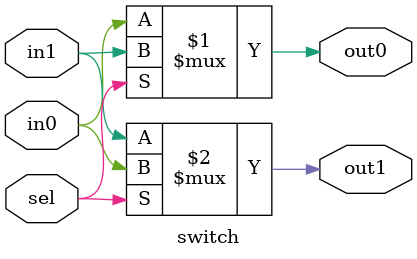
<source format=v>
module switch(
	input in0,
	input in1,
	input sel,
	output out0,
	output out1);
assign out0= sel? in1:in0;
assign out1= sel? in0:in1;
endmodule

</source>
